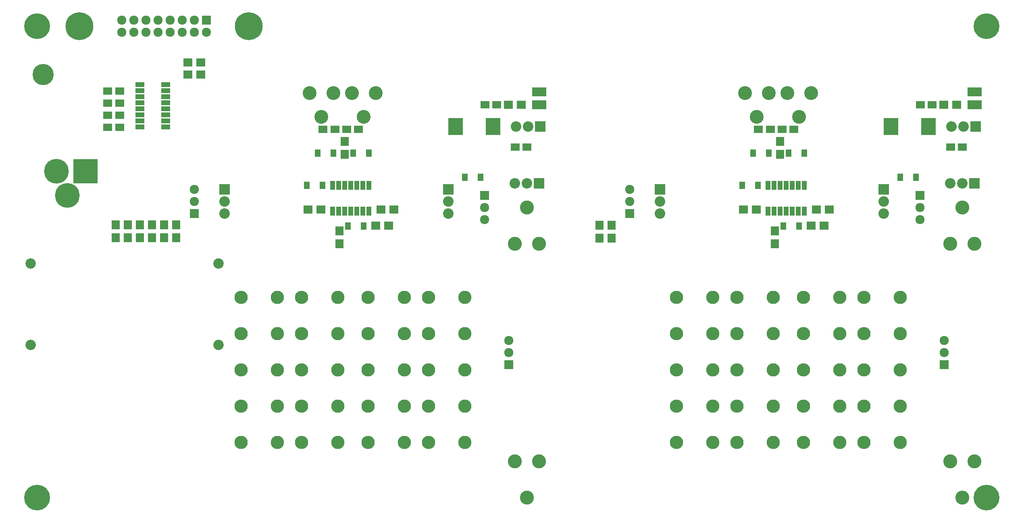
<source format=gbr>
G04 #@! TF.FileFunction,Soldermask,Top*
%FSLAX46Y46*%
G04 Gerber Fmt 4.6, Leading zero omitted, Abs format (unit mm)*
G04 Created by KiCad (PCBNEW 4.0.7) date 12/05/17 20:32:24*
%MOMM*%
%LPD*%
G01*
G04 APERTURE LIST*
%ADD10C,0.100000*%
%ADD11C,5.400000*%
%ADD12R,1.900000X1.650000*%
%ADD13C,1.920000*%
%ADD14R,1.920000X1.920000*%
%ADD15R,2.200000X2.200000*%
%ADD16O,2.200000X2.200000*%
%ADD17C,2.800000*%
%ADD18O,2.800000X2.800000*%
%ADD19C,2.940000*%
%ADD20R,1.300000X1.600000*%
%ADD21R,1.900000X1.700000*%
%ADD22R,1.000000X1.900000*%
%ADD23C,2.900000*%
%ADD24R,1.700000X1.900000*%
%ADD25R,1.050000X1.960000*%
%ADD26R,3.100000X3.600000*%
%ADD27C,5.860000*%
%ADD28C,5.200000*%
%ADD29R,5.200000X5.200000*%
%ADD30R,1.900000X1.000000*%
%ADD31C,2.178000*%
%ADD32C,4.464000*%
G04 APERTURE END LIST*
D10*
D11*
X260350000Y-43180000D03*
X260350000Y-142240000D03*
X60960000Y-43180000D03*
D12*
X246400000Y-59690000D03*
X248900000Y-59690000D03*
D13*
X246380000Y-81280000D03*
X246380000Y-83820000D03*
D14*
X246380000Y-78740000D03*
D15*
X238760000Y-77470000D03*
D16*
X238760000Y-80010000D03*
X238760000Y-82550000D03*
D17*
X242210117Y-100181117D03*
D18*
X234590117Y-100181117D03*
D17*
X242210117Y-107801117D03*
D18*
X234590117Y-107801117D03*
D17*
X229510117Y-115421117D03*
D18*
X221890117Y-115421117D03*
D17*
X229510117Y-107801117D03*
D18*
X221890117Y-107801117D03*
D17*
X229510117Y-123041117D03*
D18*
X221890117Y-123041117D03*
D17*
X229510117Y-130661117D03*
D18*
X221890117Y-130661117D03*
D17*
X229510117Y-100181117D03*
D18*
X221890117Y-100181117D03*
D13*
X251460000Y-111760000D03*
X251460000Y-109220000D03*
D14*
X251460000Y-114300000D03*
D17*
X242210117Y-123041117D03*
D18*
X234590117Y-123041117D03*
D17*
X242210117Y-130661117D03*
D18*
X234590117Y-130661117D03*
D17*
X242210117Y-115421117D03*
D18*
X234590117Y-115421117D03*
D19*
X255270000Y-142240000D03*
X252730000Y-134620000D03*
X257810000Y-134620000D03*
X255270000Y-81280000D03*
X252730000Y-88900000D03*
X257810000Y-88900000D03*
D12*
X219857005Y-64839151D03*
X217357005Y-64839151D03*
D20*
X218768546Y-69850000D03*
X222068546Y-69850000D03*
X220947429Y-85159151D03*
X217647429Y-85159151D03*
D21*
X227308546Y-81709034D03*
X224608546Y-81709034D03*
D22*
X214448546Y-82029034D03*
X215718546Y-82029034D03*
X216988546Y-82029034D03*
X218258546Y-82029034D03*
X219528546Y-82029034D03*
X220798546Y-82029034D03*
X222068546Y-82029034D03*
X222068546Y-76629034D03*
X220798546Y-76629034D03*
X219528546Y-76629034D03*
X218258546Y-76629034D03*
X216988546Y-76629034D03*
X215718546Y-76629034D03*
X214448546Y-76629034D03*
D23*
X220980000Y-62230000D03*
X218480000Y-57230000D03*
X223480000Y-57230000D03*
D24*
X215900000Y-88900000D03*
X215900000Y-86200000D03*
D21*
X226220000Y-85090000D03*
X223520000Y-85090000D03*
D17*
X215540117Y-130661117D03*
D18*
X207920117Y-130661117D03*
D17*
X202840117Y-123041117D03*
D18*
X195220117Y-123041117D03*
D17*
X215540117Y-123041117D03*
D18*
X207920117Y-123041117D03*
D17*
X202840117Y-130661117D03*
D18*
X195220117Y-130661117D03*
D20*
X242190000Y-74930000D03*
X245490000Y-74930000D03*
D21*
X254080000Y-59690000D03*
X251380000Y-59690000D03*
D15*
X257810000Y-76200000D03*
D16*
X255270000Y-76200000D03*
X252730000Y-76200000D03*
D25*
X256860000Y-59690000D03*
X257810000Y-59690000D03*
X258760000Y-59690000D03*
X258760000Y-56990000D03*
X256860000Y-56990000D03*
X257810000Y-56990000D03*
D12*
X255270000Y-68580000D03*
X252770000Y-68580000D03*
D15*
X257997114Y-64278790D03*
D16*
X255457114Y-64278790D03*
X252917114Y-64278790D03*
D26*
X240217114Y-64278790D03*
X248117114Y-64278790D03*
D17*
X202840117Y-115421117D03*
D18*
X195220117Y-115421117D03*
D17*
X215540117Y-107801117D03*
D18*
X207920117Y-107801117D03*
D17*
X202840117Y-107801117D03*
D18*
X195220117Y-107801117D03*
D17*
X215540117Y-115421117D03*
D18*
X207920117Y-115421117D03*
D17*
X202840117Y-100181117D03*
D18*
X195220117Y-100181117D03*
D17*
X215540117Y-100181117D03*
D18*
X207920117Y-100181117D03*
D23*
X212090000Y-62230000D03*
X209590000Y-57230000D03*
X214590000Y-57230000D03*
D21*
X209288546Y-81709034D03*
X211988546Y-81709034D03*
D12*
X212423845Y-64839151D03*
X214923845Y-64839151D03*
D24*
X216988546Y-67420000D03*
X216988546Y-70120000D03*
D20*
X214630000Y-69850000D03*
X211330000Y-69850000D03*
X208988546Y-76629034D03*
X212288546Y-76629034D03*
D15*
X191770000Y-77470000D03*
D16*
X191770000Y-80010000D03*
X191770000Y-82550000D03*
D13*
X185420000Y-80010000D03*
X185420000Y-77470000D03*
D14*
X185420000Y-82550000D03*
D20*
X150750000Y-74930000D03*
X154050000Y-74930000D03*
D27*
X105410000Y-43180000D03*
X69850000Y-43180000D03*
D14*
X96520000Y-41910000D03*
D13*
X96520000Y-44450000D03*
X93980000Y-41910000D03*
X93980000Y-44450000D03*
X91440000Y-41910000D03*
X91440000Y-44450000D03*
X88900000Y-41910000D03*
X88900000Y-44450000D03*
X86360000Y-41910000D03*
X86360000Y-44450000D03*
X83820000Y-41910000D03*
X83820000Y-44450000D03*
X81280000Y-41910000D03*
X81280000Y-44450000D03*
X78740000Y-41910000D03*
X78740000Y-44450000D03*
D12*
X78244100Y-64456282D03*
X75744100Y-64456282D03*
X78244100Y-61916282D03*
X75744100Y-61916282D03*
X75744100Y-59376282D03*
X78244100Y-59376282D03*
X75744100Y-56836282D03*
X78244100Y-56836282D03*
X154960000Y-59690000D03*
X157460000Y-59690000D03*
X163830000Y-68580000D03*
X161330000Y-68580000D03*
X128417005Y-64839151D03*
X125917005Y-64839151D03*
X120983845Y-64839151D03*
X123483845Y-64839151D03*
D20*
X117548546Y-76629034D03*
X120848546Y-76629034D03*
X129507429Y-85159151D03*
X126207429Y-85159151D03*
X123190000Y-69850000D03*
X119890000Y-69850000D03*
X127328546Y-69850000D03*
X130628546Y-69850000D03*
D28*
X65020000Y-73660000D03*
D29*
X71120000Y-73660000D03*
D28*
X67310000Y-78740000D03*
D15*
X166557114Y-64278790D03*
D16*
X164017114Y-64278790D03*
X161477114Y-64278790D03*
D15*
X100330000Y-77470000D03*
D16*
X100330000Y-80010000D03*
X100330000Y-82550000D03*
D15*
X147320000Y-77470000D03*
D16*
X147320000Y-80010000D03*
X147320000Y-82550000D03*
D15*
X166370000Y-76200000D03*
D16*
X163830000Y-76200000D03*
X161290000Y-76200000D03*
D21*
X92630000Y-50800000D03*
X95330000Y-50800000D03*
X92630000Y-53340000D03*
X95330000Y-53340000D03*
D26*
X148777114Y-64278790D03*
X156677114Y-64278790D03*
D21*
X162640000Y-59690000D03*
X159940000Y-59690000D03*
D24*
X87630000Y-84930000D03*
X87630000Y-87630000D03*
X124460000Y-88900000D03*
X124460000Y-86200000D03*
D21*
X117848546Y-81709034D03*
X120548546Y-81709034D03*
D24*
X90170000Y-84930000D03*
X90170000Y-87630000D03*
D21*
X134780000Y-85090000D03*
X132080000Y-85090000D03*
X135868546Y-81709034D03*
X133168546Y-81709034D03*
D24*
X125548546Y-67420000D03*
X125548546Y-70120000D03*
D17*
X111400117Y-130661117D03*
D18*
X103780117Y-130661117D03*
D17*
X111400117Y-123041117D03*
D18*
X103780117Y-123041117D03*
D17*
X111400117Y-115421117D03*
D18*
X103780117Y-115421117D03*
D17*
X111400117Y-107801117D03*
D18*
X103780117Y-107801117D03*
D17*
X111400117Y-100181117D03*
D18*
X103780117Y-100181117D03*
D17*
X124100117Y-130661117D03*
D18*
X116480117Y-130661117D03*
D17*
X124100117Y-123041117D03*
D18*
X116480117Y-123041117D03*
D17*
X124100117Y-115421117D03*
D18*
X116480117Y-115421117D03*
D17*
X124100117Y-107801117D03*
D18*
X116480117Y-107801117D03*
D17*
X124100117Y-100181117D03*
D18*
X116480117Y-100181117D03*
D17*
X138070117Y-130661117D03*
D18*
X130450117Y-130661117D03*
D17*
X138070117Y-123041117D03*
D18*
X130450117Y-123041117D03*
D17*
X138070117Y-115421117D03*
D18*
X130450117Y-115421117D03*
D17*
X138070117Y-107801117D03*
D18*
X130450117Y-107801117D03*
D17*
X138070117Y-100181117D03*
D18*
X130450117Y-100181117D03*
D17*
X150770117Y-130661117D03*
D18*
X143150117Y-130661117D03*
D17*
X150770117Y-123041117D03*
D18*
X143150117Y-123041117D03*
D17*
X150770117Y-115421117D03*
D18*
X143150117Y-115421117D03*
D17*
X150770117Y-107801117D03*
D18*
X143150117Y-107801117D03*
D17*
X150770117Y-100181117D03*
D18*
X143150117Y-100181117D03*
D25*
X165420000Y-59690000D03*
X166370000Y-59690000D03*
X167320000Y-59690000D03*
X167320000Y-56990000D03*
X165420000Y-56990000D03*
X166370000Y-56990000D03*
D22*
X123008546Y-82029034D03*
X124278546Y-82029034D03*
X125548546Y-82029034D03*
X126818546Y-82029034D03*
X128088546Y-82029034D03*
X129358546Y-82029034D03*
X130628546Y-82029034D03*
X130628546Y-76629034D03*
X129358546Y-76629034D03*
X128088546Y-76629034D03*
X126818546Y-76629034D03*
X125548546Y-76629034D03*
X124278546Y-76629034D03*
X123008546Y-76629034D03*
D13*
X160020000Y-111760000D03*
X160020000Y-109220000D03*
D14*
X160020000Y-114300000D03*
D13*
X93980000Y-80010000D03*
X93980000Y-77470000D03*
D14*
X93980000Y-82550000D03*
D13*
X154940000Y-81280000D03*
X154940000Y-83820000D03*
D14*
X154940000Y-78740000D03*
D30*
X87943718Y-64294100D03*
X87943718Y-63024100D03*
X87943718Y-61754100D03*
X87943718Y-60484100D03*
X87943718Y-59214100D03*
X87943718Y-57944100D03*
X87943718Y-56674100D03*
X87943718Y-55404100D03*
X82543718Y-55404100D03*
X82543718Y-56674100D03*
X82543718Y-57944100D03*
X82543718Y-59214100D03*
X82543718Y-60484100D03*
X82543718Y-61754100D03*
X82543718Y-63024100D03*
X82543718Y-64294100D03*
D19*
X163830000Y-142240000D03*
X161290000Y-134620000D03*
X166370000Y-134620000D03*
X163830000Y-81280000D03*
X161290000Y-88900000D03*
X166370000Y-88900000D03*
D23*
X120650000Y-62230000D03*
X118150000Y-57230000D03*
X123150000Y-57230000D03*
X129540000Y-62230000D03*
X127040000Y-57230000D03*
X132040000Y-57230000D03*
D24*
X85090000Y-84930000D03*
X85090000Y-87630000D03*
X82550000Y-84930000D03*
X82550000Y-87630000D03*
X80010000Y-84930000D03*
X80010000Y-87630000D03*
X77470000Y-84930000D03*
X77470000Y-87630000D03*
X179070000Y-85030000D03*
X179070000Y-87730000D03*
X181610000Y-85010000D03*
X181610000Y-87710000D03*
D31*
X59570000Y-93030000D03*
X59570000Y-110170000D03*
X99060000Y-93030000D03*
X99060000Y-110170000D03*
D32*
X62230000Y-53340000D03*
D11*
X60960000Y-142240000D03*
M02*

</source>
